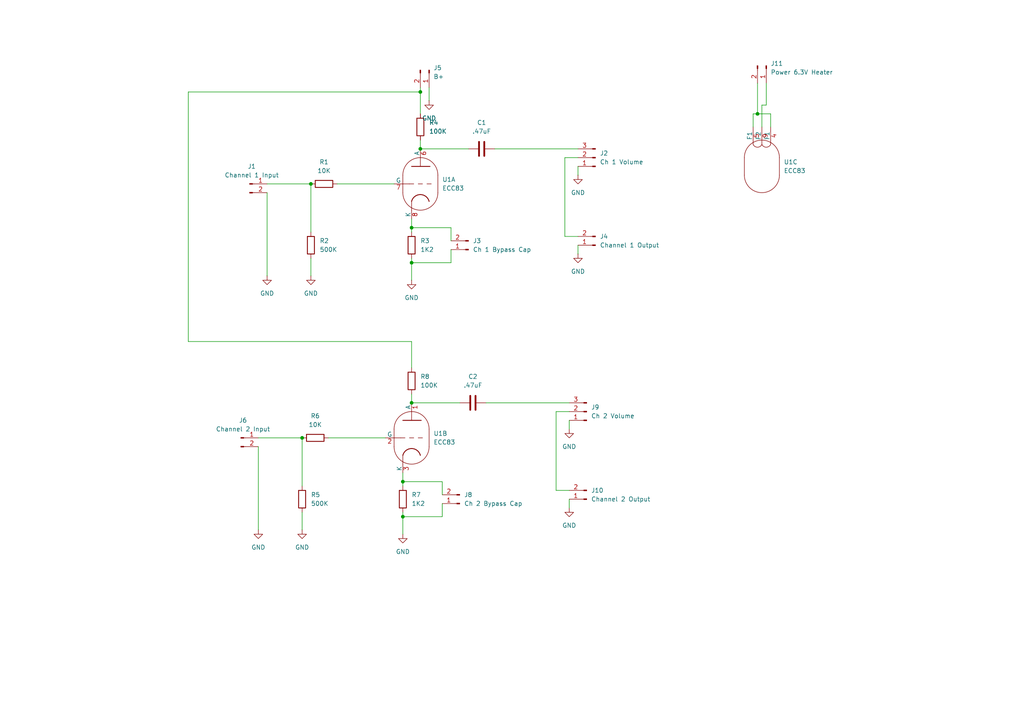
<source format=kicad_sch>
(kicad_sch (version 20231120) (generator "eeschema") (generator_version "8.0")
  (paper "A4")
  (lib_symbols
    (symbol "Connector:Conn_01x02_Pin" (pin_names (offset 1.016) hide)
      (property "Reference" "J" (at 0 2.54 0))
      (property "Value" "Conn_01x02_Pin" (at 0 -5.08 0))
      (symbol "Conn_01x02_Pin_1_1"
        (polyline (pts (xy 1.27 -2.54) (xy 0.8636 -2.54)) (stroke (width 0.1524)))
        (polyline (pts (xy 1.27 0) (xy 0.8636 0)) (stroke (width 0.1524)))
        (rectangle (start 0.8636 -2.413) (end 0 -2.667) (stroke (width 0.1524)) (fill (type outline)))
        (rectangle (start 0.8636 0.127) (end 0 -0.127) (stroke (width 0.1524)) (fill (type outline)))
        (pin passive line (at 5.08 0 180) (length 3.81) (name "Pin_1") (number "1"))
        (pin passive line (at 5.08 -2.54 180) (length 3.81) (name "Pin_2") (number "2"))
      )
    )
    (symbol "Connector:Conn_01x03_Pin" (pin_names (offset 1.016) hide)
      (property "Reference" "J" (at 0 5.08 0))
      (property "Value" "Conn_01x03_Pin" (at 0 -5.08 0))
      (symbol "Conn_01x03_Pin_1_1"
        (polyline (pts (xy 1.27 -2.54) (xy 0.8636 -2.54)) (stroke (width 0.1524)))
        (polyline (pts (xy 1.27 0) (xy 0.8636 0)) (stroke (width 0.1524)))
        (polyline (pts (xy 1.27 2.54) (xy 0.8636 2.54)) (stroke (width 0.1524)))
        (rectangle (start 0.8636 -2.413) (end 0 -2.667) (stroke (width 0.1524)) (fill (type outline)))
        (rectangle (start 0.8636 0.127) (end 0 -0.127) (stroke (width 0.1524)) (fill (type outline)))
        (rectangle (start 0.8636 2.667) (end 0 2.413) (stroke (width 0.1524)) (fill (type outline)))
        (pin passive line (at 5.08 2.54 180) (length 3.81) (name "Pin_1") (number "1"))
        (pin passive line (at 5.08 0 180) (length 3.81) (name "Pin_2") (number "2"))
        (pin passive line (at 5.08 -2.54 180) (length 3.81) (name "Pin_3") (number "3"))
      )
    )
    (symbol "Device:C" (pin_numbers hide) (pin_names (offset 0.254))
      (property "Reference" "C" (at 0.635 2.54 0))
      (property "Value" "C" (at 0.635 -2.54 0))
      (symbol "C_0_1"
        (polyline (pts (xy -2.032 -0.762) (xy 2.032 -0.762)) (stroke (width 0.508)))
        (polyline (pts (xy -2.032 0.762) (xy 2.032 0.762)) (stroke (width 0.508)))
      )
      (symbol "C_1_1"
        (pin passive line (at 0 3.81 270) (length 2.794) (name "~") (number "1"))
        (pin passive line (at 0 -3.81 90) (length 2.794) (name "~") (number "2"))
      )
    )
    (symbol "Device:R" (pin_numbers hide) (pin_names (offset 0))
      (property "Reference" "R" (at 2.032 0 90))
      (property "Value" "R" (at 0 0 90))
      (symbol "R_0_1"
        (rectangle (start -1.016 -2.54) (end 1.016 2.54) (stroke (width 0.254)))
      )
      (symbol "R_1_1"
        (pin passive line (at 0 3.81 270) (length 1.27) (name "~") (number "1"))
        (pin passive line (at 0 -3.81 90) (length 1.27) (name "~") (number "2"))
      )
    )
    (symbol "Valve:ECC83" (pin_names (offset 0))
      (property "Reference" "U" (at 3.302 7.874 0))
      (property "Value" "ECC83" (at 8.89 -7.62 0))
      (symbol "ECC83_0_1"
        (arc (start -5.08 -2.54) (mid 0 -7.5979) (end 5.08 -2.54))
        (polyline (pts (xy 5.08 2.54) (xy 5.08 -2.54)))
        (polyline (pts (xy -5.08 2.54) (xy -5.08 -2.54) (xy -5.08 -2.54)))
        (arc (start 5.08 2.54) (mid 0 7.5979) (end -5.08 2.54))
      )
      (symbol "ECC83_1_0"
        (polyline (pts (xy -2.54 -5.08) (xy -2.54 -7.62)))
        (polyline (pts (xy 0 5.08) (xy 0 7.62)))
      )
      (symbol "ECC83_1_1"
        (polyline (pts (xy -5.08 0) (xy -3.175 0)))
        (polyline (pts (xy -1.905 0) (xy -3.175 0)) (stroke (width 0.1524)))
        (polyline (pts (xy -0.635 0) (xy 0.635 0)) (stroke (width 0.1524)))
        (polyline (pts (xy 1.905 0) (xy 3.175 0)) (stroke (width 0.1524)))
        (polyline (pts (xy -2.54 5.08) (xy 2.794 5.08) (xy 2.794 5.08)) (stroke (width 0.254)))
        (arc (start 2.54 -5.08) (mid 0 -3.0968) (end -2.54 -5.08) (stroke (width 0.254)))
        (pin output line (at 0 10.16 270) (length 2.54) (name "A") (number "6"))
        (pin input line (at -7.62 0 0) (length 2.54) (name "G") (number "7"))
        (pin bidirectional line (at -2.54 -10.16 90) (length 2.54) (name "K") (number "8"))
      )
      (symbol "ECC83_2_0"
        (polyline (pts (xy -2.54 -5.08) (xy -2.54 -7.62)))
        (polyline (pts (xy 0 5.08) (xy 0 7.62)))
      )
      (symbol "ECC83_2_1"
        (polyline (pts (xy -5.08 0) (xy -3.175 0)))
        (polyline (pts (xy -1.905 0) (xy -3.175 0)) (stroke (width 0.1524)))
        (polyline (pts (xy -0.635 0) (xy 0.635 0)) (stroke (width 0.1524)))
        (polyline (pts (xy 1.905 0) (xy 3.175 0)) (stroke (width 0.1524)))
        (polyline (pts (xy -2.54 5.08) (xy 2.794 5.08) (xy 2.794 5.08)) (stroke (width 0.254)))
        (arc (start 2.54 -5.08) (mid 0 -3.0968) (end -2.54 -5.08) (stroke (width 0.254)))
        (pin output line (at 0 10.16 270) (length 2.54) (name "A") (number "1"))
        (pin input line (at -7.62 0 0) (length 2.54) (name "G") (number "2"))
        (pin bidirectional line (at -2.54 -10.16 90) (length 2.54) (name "K") (number "3"))
      )
      (symbol "ECC83_3_1"
        (arc (start 0 -6.35) (mid -1.27 -5.5651) (end -2.54 -6.35))
        (arc (start 2.54 -6.35) (mid 1.27 -5.5651) (end 0 -6.35))
        (pin power_in line (at -2.54 -11.43 90) (length 5.08) (name "F1") (number "4"))
        (pin power_in line (at 2.54 -11.43 90) (length 5.08) (name "F1") (number "5"))
        (pin power_in line (at 0 -11.43 90) (length 5.08) (name "F2") (number "9"))
      )
    )
    (symbol "power:GND" (power) (pin_numbers hide) (pin_names (offset 0) hide)
      (property "Value" "GND" (at 0 -3.81 0))
      (symbol "GND_0_1"
        (polyline (pts (xy 0 0) (xy 0 -1.27) (xy 1.27 -1.27) (xy 0 -2.54) (xy -1.27 -1.27) (xy 0 -1.27)))
      )
      (symbol "GND_1_1"
        (pin power_in line (at 0 0 270) (length 0) (name "~") (number "1"))
      )
    )
  )
  (junction (at 121.92 43.18))
  (junction (at 116.84 139.7))
  (junction (at 219.71 33.02))
  (junction (at 119.38 66.04))
  (junction (at 87.63 127))
  (junction (at 119.38 76.2))
  (junction (at 119.38 116.84))
  (junction (at 121.92 26.67))
  (junction (at 116.84 149.86))
  (junction (at 90.17 53.34))
  (wire (pts (xy 119.38 66.04) (xy 119.38 67.31)))
  (wire (pts (xy 128.27 143.51) (xy 128.27 139.7)))
  (wire (pts (xy 219.71 33.02) (xy 219.71 24.13)))
  (wire (pts (xy 121.92 40.64) (xy 121.92 43.18)))
  (wire (pts (xy 133.35 116.84) (xy 119.38 116.84)))
  (wire (pts (xy 95.25 127) (xy 111.76 127)))
  (wire (pts (xy 119.38 99.06) (xy 54.61 99.06)))
  (wire (pts (xy 163.83 45.72) (xy 163.83 68.58)))
  (wire (pts (xy 165.1 144.78) (xy 165.1 147.32)))
  (wire (pts (xy 87.63 127) (xy 87.63 140.97)))
  (wire (pts (xy 124.46 25.4) (xy 124.46 29.21)))
  (wire (pts (xy 97.79 53.34) (xy 114.3 53.34)))
  (wire (pts (xy 128.27 139.7) (xy 116.84 139.7)))
  (wire (pts (xy 119.38 99.06) (xy 119.38 106.68)))
  (wire (pts (xy 161.29 119.38) (xy 161.29 142.24)))
  (wire (pts (xy 121.92 25.4) (xy 121.92 26.67)))
  (wire (pts (xy 116.84 149.86) (xy 116.84 154.94)))
  (wire (pts (xy 130.81 69.85) (xy 130.81 66.04)))
  (wire (pts (xy 119.38 114.3) (xy 119.38 116.84)))
  (wire (pts (xy 218.44 33.02) (xy 219.71 33.02)))
  (wire (pts (xy 90.17 53.34) (xy 90.17 67.31)))
  (wire (pts (xy 130.81 72.39) (xy 130.81 76.2)))
  (wire (pts (xy 121.92 26.67) (xy 121.92 33.02)))
  (wire (pts (xy 165.1 121.92) (xy 165.1 124.46)))
  (wire (pts (xy 223.52 33.02) (xy 219.71 33.02)))
  (wire (pts (xy 77.47 53.34) (xy 90.17 53.34)))
  (wire (pts (xy 220.98 36.83) (xy 220.98 30.48)))
  (wire (pts (xy 116.84 139.7) (xy 116.84 140.97)))
  (wire (pts (xy 140.97 116.84) (xy 165.1 116.84)))
  (wire (pts (xy 74.93 129.54) (xy 74.93 153.67)))
  (wire (pts (xy 74.93 127) (xy 87.63 127)))
  (wire (pts (xy 119.38 74.93) (xy 119.38 76.2)))
  (wire (pts (xy 167.64 45.72) (xy 163.83 45.72)))
  (wire (pts (xy 165.1 119.38) (xy 161.29 119.38)))
  (wire (pts (xy 116.84 149.86) (xy 128.27 149.86)))
  (wire (pts (xy 90.17 74.93) (xy 90.17 80.01)))
  (wire (pts (xy 77.47 55.88) (xy 77.47 80.01)))
  (wire (pts (xy 54.61 99.06) (xy 54.61 26.67)))
  (wire (pts (xy 116.84 148.59) (xy 116.84 149.86)))
  (wire (pts (xy 161.29 142.24) (xy 165.1 142.24)))
  (wire (pts (xy 143.51 43.18) (xy 167.64 43.18)))
  (wire (pts (xy 119.38 76.2) (xy 119.38 81.28)))
  (wire (pts (xy 87.63 148.59) (xy 87.63 153.67)))
  (wire (pts (xy 220.98 30.48) (xy 222.25 30.48)))
  (wire (pts (xy 163.83 68.58) (xy 167.64 68.58)))
  (wire (pts (xy 218.44 36.83) (xy 218.44 33.02)))
  (wire (pts (xy 167.64 71.12) (xy 167.64 73.66)))
  (wire (pts (xy 128.27 146.05) (xy 128.27 149.86)))
  (wire (pts (xy 119.38 63.5) (xy 119.38 66.04)))
  (wire (pts (xy 116.84 137.16) (xy 116.84 139.7)))
  (wire (pts (xy 135.89 43.18) (xy 121.92 43.18)))
  (wire (pts (xy 130.81 66.04) (xy 119.38 66.04)))
  (wire (pts (xy 167.64 48.26) (xy 167.64 50.8)))
  (wire (pts (xy 223.52 36.83) (xy 223.52 33.02)))
  (wire (pts (xy 119.38 76.2) (xy 130.81 76.2)))
  (wire (pts (xy 54.61 26.67) (xy 121.92 26.67)))
  (wire (pts (xy 222.25 30.48) (xy 222.25 24.13)))
  (symbol (lib_id "Device:R") (at 119.38 71.12 0) (unit 1)
    (property "Reference" "R3" (at 121.92 69.8499 0) (effects (justify left)))
    (property "Value" "1K2" (at 121.92 72.3899 0) (effects (justify left)))
    (property "Footprint" "Resistor_THT:R_Axial_DIN0309_L9.0mm_D3.2mm_P12.70mm_Horizontal" (effects (hide yes)))
    (property "Description" "Resistor" (effects (hide yes)))
  )
  (symbol (lib_id "Device:R") (at 119.38 110.49 0) (unit 1)
    (property "Reference" "R8" (at 121.92 109.2199 0) (effects (justify left)))
    (property "Value" "100K" (at 121.92 111.7599 0) (effects (justify left)))
    (property "Footprint" "Resistor_THT:R_Axial_DIN0309_L9.0mm_D3.2mm_P12.70mm_Horizontal" (effects (hide yes)))
    (property "Description" "Resistor" (effects (hide yes)))
  )
  (symbol (lib_id "Device:R") (at 116.84 144.78 0) (unit 1)
    (property "Reference" "R7" (at 119.38 143.5099 0) (effects (justify left)))
    (property "Value" "1K2" (at 119.38 146.0499 0) (effects (justify left)))
    (property "Footprint" "Resistor_THT:R_Axial_DIN0309_L9.0mm_D3.2mm_P12.70mm_Horizontal" (effects (hide yes)))
    (property "Description" "Resistor" (effects (hide yes)))
  )
  (symbol (lib_id "Connector:Conn_01x03_Pin") (at 170.18 119.38 180) (unit 1)
    (property "Reference" "J9" (at 171.45 118.1099 0) (effects (justify right)))
    (property "Value" "Ch 2 Volume" (at 171.45 120.6499 0) (effects (justify right)))
    (property "Footprint" "OL Library:TerminalBlock_Phoenix_MKDS-1,5-3_1x03_P5.00mm_Horizontal Fat Pad" (effects (hide yes)))
    (property "Description" "Generic connector, single row, 01x03, script generated" (effects (hide yes)))
  )
  (symbol (lib_id "Connector:Conn_01x02_Pin") (at 222.25 19.05 270) (unit 1)
    (property "Reference" "J11" (at 223.52 18.4149 90) (effects (justify left)))
    (property "Value" "Power 6.3V Heater" (at 223.52 20.9549 90) (effects (justify left)))
    (property "Footprint" "OL Library:TerminalBlock_Phoenix_MKDS-1,5-2_1x02_P5.00mm_Horizontal Fat Pad" (effects (hide yes)))
    (property "Description" "Generic connector, single row, 01x02, script generated" (effects (hide yes)))
  )
  (symbol (lib_id "Connector:Conn_01x02_Pin") (at 172.72 71.12 180) (unit 1)
    (property "Reference" "J4" (at 173.99 68.5799 0) (effects (justify right)))
    (property "Value" "Channel 1 Output" (at 173.99 71.1199 0) (effects (justify right)))
    (property "Footprint" "OL Library:TerminalBlock_Phoenix_MKDS-1,5-2_1x02_P5.00mm_Horizontal Fat Pad" (effects (hide yes)))
    (property "Description" "Generic connector, single row, 01x02, script generated" (effects (hide yes)))
  )
  (symbol (lib_id "power:GND") (at 119.38 81.28 0) (unit 1)
    (property "Reference" "#PWR02" (effects (hide yes)))
    (property "Value" "GND" (at 119.38 86.36 0))
    (property "Description" "Power symbol creates a global label with name \"GND\" , ground" (effects (hide yes)))
  )
  (symbol (lib_id "power:GND") (at 74.93 153.67 0) (unit 1)
    (property "Reference" "#PWR06" (effects (hide yes)))
    (property "Value" "GND" (at 74.93 158.75 0))
    (property "Description" "Power symbol creates a global label with name \"GND\" , ground" (effects (hide yes)))
  )
  (symbol (lib_id "power:GND") (at 116.84 154.94 0) (unit 1)
    (property "Reference" "#PWR09" (effects (hide yes)))
    (property "Value" "GND" (at 116.84 160.02 0))
    (property "Description" "Power symbol creates a global label with name \"GND\" , ground" (effects (hide yes)))
  )
  (symbol (lib_id "Connector:Conn_01x02_Pin") (at 170.18 144.78 180) (unit 1)
    (property "Reference" "J10" (at 171.45 142.2399 0) (effects (justify right)))
    (property "Value" "Channel 2 Output" (at 171.45 144.7799 0) (effects (justify right)))
    (property "Footprint" "OL Library:TerminalBlock_Phoenix_MKDS-1,5-2_1x02_P5.00mm_Horizontal Fat Pad" (effects (hide yes)))
    (property "Description" "Generic connector, single row, 01x02, script generated" (effects (hide yes)))
  )
  (symbol (lib_id "power:GND") (at 124.46 29.21 0) (unit 1)
    (property "Reference" "#PWR03" (effects (hide yes)))
    (property "Value" "GND" (at 124.46 34.29 0))
    (property "Description" "Power symbol creates a global label with name \"GND\" , ground" (effects (hide yes)))
  )
  (symbol (lib_id "Connector:Conn_01x02_Pin") (at 135.89 72.39 180) (unit 1)
    (property "Reference" "J3" (at 137.16 69.8499 0) (effects (justify right)))
    (property "Value" "Ch 1 Bypass Cap" (at 137.16 72.3899 0) (effects (justify right)))
    (property "Footprint" "OL Library:TerminalBlock_Phoenix_MKDS-1,5-2_1x02_P5.00mm_Horizontal Fat Pad" (effects (hide yes)))
    (property "Description" "Generic connector, single row, 01x02, script generated" (effects (hide yes)))
  )
  (symbol (lib_id "power:GND") (at 165.1 147.32 0) (unit 1)
    (property "Reference" "#PWR012" (effects (hide yes)))
    (property "Value" "GND" (at 165.1 152.4 0))
    (property "Description" "Power symbol creates a global label with name \"GND\" , ground" (effects (hide yes)))
  )
  (symbol (lib_id "power:GND") (at 90.17 80.01 0) (unit 1)
    (property "Reference" "#PWR01" (effects (hide yes)))
    (property "Value" "GND" (at 90.17 85.09 0))
    (property "Description" "Power symbol creates a global label with name \"GND\" , ground" (effects (hide yes)))
  )
  (symbol (lib_id "Device:R") (at 93.98 53.34 90) (unit 1)
    (property "Reference" "R1" (at 93.98 46.99 90))
    (property "Value" "10K" (at 93.98 49.53 90))
    (property "Footprint" "Resistor_THT:R_Axial_DIN0207_L6.3mm_D2.5mm_P10.16mm_Horizontal" (effects (hide yes)))
    (property "Description" "Resistor" (effects (hide yes)))
  )
  (symbol (lib_id "Connector:Conn_01x02_Pin") (at 133.35 146.05 180) (unit 1)
    (property "Reference" "J8" (at 134.62 143.5099 0) (effects (justify right)))
    (property "Value" "Ch 2 Bypass Cap" (at 134.62 146.0499 0) (effects (justify right)))
    (property "Footprint" "OL Library:TerminalBlock_Phoenix_MKDS-1,5-2_1x02_P5.00mm_Horizontal Fat Pad" (effects (hide yes)))
    (property "Description" "Generic connector, single row, 01x02, script generated" (effects (hide yes)))
  )
  (symbol (lib_id "power:GND") (at 87.63 153.67 0) (unit 1)
    (property "Reference" "#PWR07" (effects (hide yes)))
    (property "Value" "GND" (at 87.63 158.75 0))
    (property "Description" "Power symbol creates a global label with name \"GND\" , ground" (effects (hide yes)))
  )
  (symbol (lib_id "power:GND") (at 77.47 80.01 0) (unit 1)
    (property "Reference" "#PWR04" (effects (hide yes)))
    (property "Value" "GND" (at 77.47 85.09 0))
    (property "Description" "Power symbol creates a global label with name \"GND\" , ground" (effects (hide yes)))
  )
  (symbol (lib_id "Valve:ECC83") (at 220.98 48.26 180) (unit 3)
    (property "Reference" "U1" (at 227.33 46.9899 0) (effects (justify right)))
    (property "Value" "ECC83" (at 227.33 49.5299 0) (effects (justify right)))
    (property "Footprint" "OL Library:BELTON_VT9-PT Fat Pad" (effects (hide yes)))
    (property "Datasheet" "http://www.r-type.org/pdfs/ecc83.pdf" (effects (hide yes)))
    (property "Description" "double triode" (effects (hide yes)))
  )
  (symbol (lib_id "Valve:ECC83") (at 121.92 53.34 0) (unit 1)
    (property "Reference" "U1" (at 128.27 52.0699 0) (effects (justify left)))
    (property "Value" "ECC83" (at 128.27 54.6099 0) (effects (justify left)))
    (property "Footprint" "OL Library:BELTON_VT9-PT Fat Pad" (effects (hide yes)))
    (property "Datasheet" "http://www.r-type.org/pdfs/ecc83.pdf" (effects (hide yes)))
    (property "Description" "double triode" (effects (hide yes)))
  )
  (symbol (lib_id "Device:R") (at 121.92 36.83 0) (unit 1)
    (property "Reference" "R4" (at 124.46 35.5599 0) (effects (justify left)))
    (property "Value" "100K" (at 124.46 38.0999 0) (effects (justify left)))
    (property "Footprint" "Resistor_THT:R_Axial_DIN0309_L9.0mm_D3.2mm_P12.70mm_Horizontal" (effects (hide yes)))
    (property "Description" "Resistor" (effects (hide yes)))
  )
  (symbol (lib_id "Device:R") (at 87.63 144.78 180) (unit 1)
    (property "Reference" "R5" (at 90.17 143.5099 0) (effects (justify right)))
    (property "Value" "500K" (at 90.17 146.0499 0) (effects (justify right)))
    (property "Footprint" "Resistor_THT:R_Axial_DIN0207_L6.3mm_D2.5mm_P10.16mm_Horizontal" (effects (hide yes)))
    (property "Description" "Resistor" (effects (hide yes)))
  )
  (symbol (lib_id "Device:C") (at 139.7 43.18 90) (unit 1)
    (property "Reference" "C1" (at 139.7 35.56 90))
    (property "Value" ".47uF" (at 139.7 38.1 90))
    (property "Footprint" "Capacitor_THT:C_Axial_L22.0mm_D9.5mm_P27.50mm_Horizontal" (effects (hide yes)))
    (property "Description" "Unpolarized capacitor" (effects (hide yes)))
  )
  (symbol (lib_id "Connector:Conn_01x02_Pin") (at 69.85 127 0) (unit 1)
    (property "Reference" "J6" (at 70.485 121.92 0))
    (property "Value" "Channel 2 Input" (at 70.485 124.46 0))
    (property "Footprint" "OL Library:TerminalBlock_Phoenix_MKDS-1,5-2_1x02_P5.00mm_Horizontal Fat Pad" (effects (hide yes)))
    (property "Description" "Generic connector, single row, 01x02, script generated" (effects (hide yes)))
  )
  (symbol (lib_id "Device:R") (at 90.17 71.12 180) (unit 1)
    (property "Reference" "R2" (at 92.71 69.8499 0) (effects (justify right)))
    (property "Value" "500K" (at 92.71 72.3899 0) (effects (justify right)))
    (property "Footprint" "Resistor_THT:R_Axial_DIN0207_L6.3mm_D2.5mm_P10.16mm_Horizontal" (effects (hide yes)))
    (property "Description" "Resistor" (effects (hide yes)))
  )
  (symbol (lib_id "Valve:ECC83") (at 119.38 127 0) (unit 2)
    (property "Reference" "U1" (at 125.73 125.7299 0) (effects (justify left)))
    (property "Value" "ECC83" (at 125.73 128.2699 0) (effects (justify left)))
    (property "Footprint" "OL Library:BELTON_VT9-PT Fat Pad" (effects (hide yes)))
    (property "Datasheet" "http://www.r-type.org/pdfs/ecc83.pdf" (effects (hide yes)))
    (property "Description" "double triode" (effects (hide yes)))
  )
  (symbol (lib_id "power:GND") (at 167.64 50.8 0) (unit 1)
    (property "Reference" "#PWR05" (effects (hide yes)))
    (property "Value" "GND" (at 167.64 55.88 0))
    (property "Description" "Power symbol creates a global label with name \"GND\" , ground" (effects (hide yes)))
  )
  (symbol (lib_id "Connector:Conn_01x02_Pin") (at 72.39 53.34 0) (unit 1)
    (property "Reference" "J1" (at 73.025 48.26 0))
    (property "Value" "Channel 1 Input" (at 73.025 50.8 0))
    (property "Footprint" "OL Library:TerminalBlock_Phoenix_MKDS-1,5-2_1x02_P5.00mm_Horizontal Fat Pad" (effects (hide yes)))
    (property "Description" "Generic connector, single row, 01x02, script generated" (effects (hide yes)))
  )
  (symbol (lib_id "power:GND") (at 167.64 73.66 0) (unit 1)
    (property "Reference" "#PWR08" (effects (hide yes)))
    (property "Value" "GND" (at 167.64 78.74 0))
    (property "Description" "Power symbol creates a global label with name \"GND\" , ground" (effects (hide yes)))
  )
  (symbol (lib_id "power:GND") (at 165.1 124.46 0) (unit 1)
    (property "Reference" "#PWR011" (effects (hide yes)))
    (property "Value" "GND" (at 165.1 129.54 0))
    (property "Description" "Power symbol creates a global label with name \"GND\" , ground" (effects (hide yes)))
  )
  (symbol (lib_id "Connector:Conn_01x03_Pin") (at 172.72 45.72 180) (unit 1)
    (property "Reference" "J2" (at 173.99 44.4499 0) (effects (justify right)))
    (property "Value" "Ch 1 Volume" (at 173.99 46.9899 0) (effects (justify right)))
    (property "Footprint" "OL Library:TerminalBlock_Phoenix_MKDS-1,5-3_1x03_P5.00mm_Horizontal Fat Pad" (effects (hide yes)))
    (property "Description" "Generic connector, single row, 01x03, script generated" (effects (hide yes)))
  )
  (symbol (lib_id "Connector:Conn_01x02_Pin") (at 124.46 20.32 270) (unit 1)
    (property "Reference" "J5" (at 125.73 19.6849 90) (effects (justify left)))
    (property "Value" "B+" (at 125.73 22.2249 90) (effects (justify left)))
    (property "Footprint" "OL Library:TerminalBlock_Phoenix_MKDS-1,5-2_1x02_P5.00mm_Horizontal Fat Pad" (effects (hide yes)))
    (property "Description" "Generic connector, single row, 01x02, script generated" (effects (hide yes)))
  )
  (symbol (lib_id "Device:C") (at 137.16 116.84 90) (unit 1)
    (property "Reference" "C2" (at 137.16 109.22 90))
    (property "Value" ".47uF" (at 137.16 111.76 90))
    (property "Footprint" "Capacitor_THT:C_Axial_L22.0mm_D9.5mm_P27.50mm_Horizontal" (effects (hide yes)))
    (property "Description" "Unpolarized capacitor" (effects (hide yes)))
  )
  (symbol (lib_id "Device:R") (at 91.44 127 90) (unit 1)
    (property "Reference" "R6" (at 91.44 120.65 90))
    (property "Value" "10K" (at 91.44 123.19 90))
    (property "Footprint" "Resistor_THT:R_Axial_DIN0207_L6.3mm_D2.5mm_P10.16mm_Horizontal" (effects (hide yes)))
    (property "Description" "Resistor" (effects (hide yes)))
  )
)
</source>
